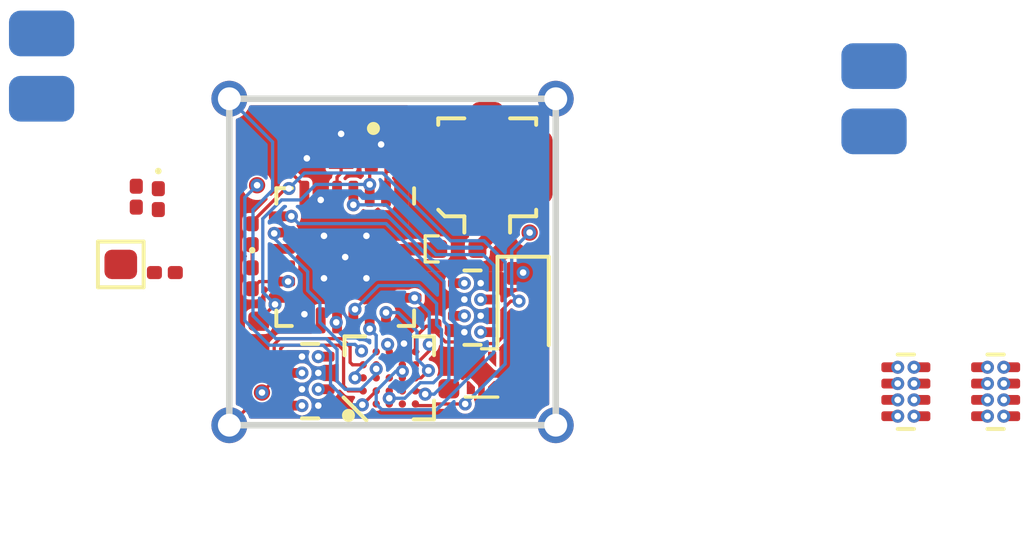
<source format=kicad_pcb>
(kicad_pcb (version 20171130) (host pcbnew 5.1.6-c6e7f7d~87~ubuntu18.04.1)
  (layers (0 F.Cu signal) (1 In1.Cu_Gnd signal) (2 In2.Cu_3V3 signal) (31 B.Cu signal) (34 B.Paste user) (35 F.Paste user) (36 B.SilkS user hide) (37 F.SilkS user) (38 B.Mask user) (39 F.Mask user) (44 Edge.Cuts user))
  (net 0 "")
  (net 1 GND)
  (net 2 3.3-5V_IN)
  (net 3 +3V3)
  (net 4 "Net-(D1-Pad1)")
  (net 5 LED1)
  (net 6 LED2)
  (net 7 Boot0)
  (net 8 UART_RX)
  (net 9 UART_TX)
  (net 10 NRST)
  (net 11 SWDIO)
  (net 12 "Net-(U1-PadC3)")
  (net 13 "Net-(U1-PadC4)")
  (net 14 "Net-(U1-PadD2)")
  (net 15 "Net-(D2-Pad2)")
  (net 16 "Net-(U1-PadB5)")
  (net 17 "Net-(U3-Pad14)")
  (net 18 "Net-(U3-Pad10)")
  (net 19 "Net-(U3-Pad9)")
  (net 20 "Net-(U3-Pad6)")
  (net 21 "Net-(U3-Pad4)")
  (net 22 "Net-(C6-Pad1)")
  (net 23 "Net-(C13-Pad1)")
  (net 24 "Net-(J1-Pad1)")
  (net 25 "Net-(U3-Pad22)")
  (net 26 NSS)
  (net 27 SCK)
  (net 28 MOSI)
  (net 29 MISO)
  (net 30 NRESET)
  (net 31 DI)
  (net 32 BUSY)
  (net 33 SWDCLK_BOOT0)
  (net 34 "Net-(U1-PadD1)")
  (net 35 "Net-(U1-PadB1)")
  (module footprints:C_0402_1005Metric_dense (layer F.Cu) (at 120.9 58.3 270)
    (fp_text reference C13 hide)
    (fp_text value 470nF hide)
    (pad 2 smd roundrect (at 0.485 0 270) (size 0.59 0.64) (layers F.Cu F.Paste F.Mask) (net 1 GND))
    (pad 1 smd roundrect (at -0.485 0 270) (size 0.59 0.64) (layers F.Cu F.Paste F.Mask) (net 23 "Net-(C13-Pad1)"))
  )
  (module footprints:corner_castellated (layer F.Cu) (at 130 51)
    (fp_text reference TP9 hide)
    (fp_text value "Pad 1.5x1.5mm" hide)
    (pad 1 thru_hole circle (at 0 0) (size 1.1 1.1) (drill 0.7) (layers *.Cu *.Mask) (net 1 GND))
  )
  (module footprints:corner_castellated (layer F.Cu) (at 120 61)
    (fp_text reference TP8 hide)
    (fp_text value "Pad 1.5x1.5mm" hide)
    (pad 1 thru_hole circle (at 0 0) (size 1.1 1.1) (drill 0.7) (layers *.Cu *.Mask) (net 8 UART_RX))
  )
  (module footprints:corner_castellated (layer F.Cu) (at 120 51)
    (fp_text reference TP7 hide)
    (fp_text value "Pad 1.5x1.5mm" hide)
    (pad 1 thru_hole circle (at 0 0) (size 1.1 1.1) (drill 0.7) (layers *.Cu *.Mask) (net 9 UART_TX))
  )
  (module footprints:corner_castellated (layer F.Cu) (at 130 61)
    (fp_text reference TP6 hide)
    (fp_text value "Pad 1.5x1.5mm" hide)
    (pad 1 thru_hole circle (at 0 0) (size 1.1 1.1) (drill 0.7) (layers *.Cu *.Mask) (net 2 3.3-5V_IN))
  )
  (module footprints:QFN-24-1EP_4x4mm_P0.5mm_EP2.6x2.6mm_SX1280_dense (layer F.Cu) (at 123.55 55.85 270)
    (fp_text reference U3 hide)
    (fp_text value SX1280 hide)
    (fp_line (start -1.635 -2.11) (end -2.11 -2.11) (layer F.SilkS) (width 0.12))
    (fp_line (start 2.11 2.11) (end 2.11 1.635) (layer F.SilkS) (width 0.12))
    (fp_line (start 1.635 2.11) (end 2.11 2.11) (layer F.SilkS) (width 0.12))
    (fp_line (start -2.11 2.11) (end -2.11 1.635) (layer F.SilkS) (width 0.12))
    (fp_line (start -1.635 2.11) (end -2.11 2.11) (layer F.SilkS) (width 0.12))
    (fp_line (start 2.11 -2.11) (end 2.11 -1.635) (layer F.SilkS) (width 0.12))
    (fp_line (start 1.635 -2.11) (end 2.11 -2.11) (layer F.SilkS) (width 0.12))
    (pad 0 smd rect (at 0 0 270) (size 2.6 2.6) (layers F.Cu F.Mask) (net 1 GND))
    (pad 24 smd roundrect (at -1.25 -1.9375 270) (size 0.3 0.8) (layers F.Cu F.Paste F.Mask) (net 1 GND))
    (pad 23 smd roundrect (at -0.75 -1.9375 270) (size 0.3 0.8) (layers F.Cu F.Paste F.Mask) (net 1 GND))
    (pad 22 smd roundrect (at -0.25 -1.9375 270) (size 0.3 0.8) (layers F.Cu F.Paste F.Mask) (net 25 "Net-(U3-Pad22)"))
    (pad 21 smd roundrect (at 0.25 -1.9375 270) (size 0.3 0.8) (layers F.Cu F.Paste F.Mask) (net 1 GND))
    (pad 20 smd roundrect (at 0.75 -1.9375 270) (size 0.3 0.8) (layers F.Cu F.Paste F.Mask) (net 1 GND))
    (pad 19 smd roundrect (at 1.25 -1.9375 270) (size 0.3 0.8) (layers F.Cu F.Paste F.Mask) (net 26 NSS))
    (pad 18 smd roundrect (at 1.9375 -1.25 270) (size 0.8 0.3) (layers F.Cu F.Paste F.Mask) (net 27 SCK))
    (pad 17 smd roundrect (at 1.9375 -0.75 270) (size 0.8 0.3) (layers F.Cu F.Paste F.Mask) (net 28 MOSI))
    (pad 16 smd roundrect (at 1.9375 -0.25 270) (size 0.8 0.3) (layers F.Cu F.Paste F.Mask) (net 29 MISO))
    (pad 15 smd roundrect (at 1.9375 0.25 270) (size 0.8 0.3) (layers F.Cu F.Paste F.Mask) (net 3 +3V3))
    (pad 14 smd roundrect (at 1.9375 0.75 270) (size 0.8 0.3) (layers F.Cu F.Paste F.Mask) (net 17 "Net-(U3-Pad14)"))
    (pad 13 smd roundrect (at 1.9375 1.25 270) (size 0.8 0.3) (layers F.Cu F.Paste F.Mask) (net 1 GND))
    (pad 12 smd roundrect (at 1.25 1.9375 270) (size 0.3 0.8) (layers F.Cu F.Paste F.Mask) (net 23 "Net-(C13-Pad1)"))
    (pad 11 smd roundrect (at 0.75 1.9375 270) (size 0.3 0.8) (layers F.Cu F.Paste F.Mask) (net 3 +3V3))
    (pad 10 smd roundrect (at 0.25 1.9375 270) (size 0.3 0.8) (layers F.Cu F.Paste F.Mask) (net 18 "Net-(U3-Pad10)"))
    (pad 9 smd roundrect (at -0.25 1.9375 270) (size 0.3 0.8) (layers F.Cu F.Paste F.Mask) (net 19 "Net-(U3-Pad9)"))
    (pad 8 smd roundrect (at -0.75 1.9375 270) (size 0.3 0.8) (layers F.Cu F.Paste F.Mask) (net 31 DI))
    (pad 7 smd roundrect (at -1.25 1.9375 270) (size 0.3 0.8) (layers F.Cu F.Paste F.Mask) (net 32 BUSY))
    (pad 6 smd roundrect (at -1.9375 1.25 270) (size 0.8 0.3) (layers F.Cu F.Paste F.Mask) (net 20 "Net-(U3-Pad6)"))
    (pad 5 smd roundrect (at -1.9375 0.75 270) (size 0.8 0.3) (layers F.Cu F.Paste F.Mask) (net 1 GND))
    (pad 4 smd roundrect (at -1.9375 0.25 270) (size 0.8 0.3) (layers F.Cu F.Paste F.Mask) (net 21 "Net-(U3-Pad4)"))
    (pad 3 smd roundrect (at -1.9375 -0.25 270) (size 0.8 0.3) (layers F.Cu F.Paste F.Mask) (net 30 NRESET))
    (pad 2 smd roundrect (at -1.9375 -0.75 270) (size 0.8 0.3) (layers F.Cu F.Paste F.Mask) (net 23 "Net-(C13-Pad1)"))
    (pad 1 smd roundrect (at -1.9375 -1.25 270) (size 0.8 0.3) (layers F.Cu F.Paste F.Mask) (net 22 "Net-(C6-Pad1)"))
  )
  (module footprints:C_0201_0603Metric_dense (layer F.Cu) (at 124.35 52.725 90)
    (fp_text reference C4 hide)
    (fp_text value 10nF hide)
    (pad 2 smd roundrect (at 0.32 0 90) (size 0.46 0.4) (layers F.Cu F.Mask) (net 1 GND))
    (pad 1 smd roundrect (at -0.32 0 90) (size 0.46 0.4) (layers F.Cu F.Mask) (net 23 "Net-(C13-Pad1)"))
  )
  (module footprints:XTAL_ECS-320-8-47-CKM-TR (layer F.Cu) (at 122.9 52.45 180)
    (fp_text reference Y1 hide)
    (fp_text value 52M hide)
    (fp_circle (center -1.515 0.5398) (end -1.415 0.5398) (layer F.SilkS) (width 0.2))
    (pad 4 smd rect (at -0.525 -0.375 180) (size 0.75 0.65) (layers F.Cu F.Paste F.Mask) (net 21 "Net-(U3-Pad4)"))
    (pad 3 smd rect (at 0.525 -0.375 180) (size 0.75 0.65) (layers F.Cu F.Paste F.Mask) (net 1 GND))
    (pad 2 smd rect (at 0.525 0.375 180) (size 0.75 0.65) (layers F.Cu F.Paste F.Mask) (net 20 "Net-(U3-Pad6)"))
    (pad 1 smd rect (at -0.525 0.375 180) (size 0.75 0.65) (layers F.Cu F.Paste F.Mask) (net 1 GND))
  )
  (module footprints:2450FM07D0034T (layer F.Cu) (at 127 55.6)
    (fp_text reference U4 hide)
    (fp_text value 2450FM07D0034T hide)
    (fp_line (start -0.6 -0.4) (end -1 -0.4) (layer F.SilkS) (width 0.1))
    (fp_line (start -1 -0.4) (end -1 0.4) (layer F.SilkS) (width 0.1))
    (fp_line (start -1 0.4) (end -0.6 0.4) (layer F.SilkS) (width 0.1))
    (pad 4 smd roundrect (at 0 -0.35) (size 0.3 0.5) (layers F.Cu F.Paste F.Mask) (net 1 GND))
    (pad 3 smd roundrect (at 0.6 0) (size 0.55 0.55) (layers F.Cu F.Paste F.Mask) (net 24 "Net-(J1-Pad1)"))
    (pad 2 smd roundrect (at 0 0.35) (size 0.3 0.5) (layers F.Cu F.Paste F.Mask) (net 1 GND))
    (pad 1 smd roundrect (at -0.6 0) (size 0.55 0.55) (layers F.Cu F.Paste F.Mask) (net 25 "Net-(U3-Pad22)"))
  )
  (module footprints:C_0201_0603Metric_dense (layer F.Cu) (at 124.95 52.725 90)
    (fp_text reference C6 hide)
    (fp_text value 10nF hide)
    (pad 2 smd roundrect (at 0.32 0 90) (size 0.46 0.4) (layers F.Cu F.Mask) (net 1 GND))
    (pad 1 smd roundrect (at -0.32 0 90) (size 0.46 0.4) (layers F.Cu F.Mask) (net 22 "Net-(C6-Pad1)"))
  )
  (module footprints:BGA-25_5x5_2.3x2.5mm (layer F.Cu) (at 124.9 59.55 90)
    (fp_text reference U1 hide)
    (fp_text value STM32G071EBY6TR hide)
    (fp_line (start 0.695 -1.37) (end 1.27 -1.37) (layer F.SilkS) (width 0.12))
    (fp_line (start 1.27 -1.37) (end 1.27 -0.745) (layer F.SilkS) (width 0.12))
    (fp_line (start 0.695 -1.37) (end 1.27 -1.37) (layer F.SilkS) (width 0.12))
    (fp_line (start 1.27 -1.37) (end 1.27 -0.745) (layer F.SilkS) (width 0.12))
    (fp_line (start 0.695 1.37) (end 1.27 1.37) (layer F.SilkS) (width 0.12))
    (fp_line (start 1.27 1.37) (end 1.27 0.745) (layer F.SilkS) (width 0.12))
    (fp_line (start 0.695 -1.37) (end 1.27 -1.37) (layer F.SilkS) (width 0.12))
    (fp_line (start 1.27 -1.37) (end 1.27 -0.745) (layer F.SilkS) (width 0.12))
    (fp_line (start -0.695 1.37) (end -1.27 1.37) (layer F.SilkS) (width 0.12))
    (fp_line (start -1.27 1.37) (end -1.27 0.745) (layer F.SilkS) (width 0.12))
    (fp_line (start -0.6 -1.4) (end -1.3 -0.7) (layer F.SilkS) (width 0.12))
    (fp_circle (center -1.15 -1.25) (end -1.15 -1.15) (layer F.SilkS) (width 0.2))
    (pad E5 smd circle (at 0.8 0.8 90) (size 0.225 0.225) (layers F.Cu F.Paste F.Mask) (net 10 NRST))
    (pad D5 smd circle (at 0.8 0.4 90) (size 0.225 0.225) (layers F.Cu F.Paste F.Mask) (net 1 GND))
    (pad C5 smd circle (at 0.8 0 90) (size 0.225 0.225) (layers F.Cu F.Paste F.Mask) (net 3 +3V3))
    (pad B5 smd circle (at 0.8 -0.4 90) (size 0.225 0.225) (layers F.Cu F.Paste F.Mask) (net 16 "Net-(U1-PadB5)"))
    (pad A5 smd circle (at 0.8 -0.8 90) (size 0.225 0.225) (layers F.Cu F.Paste F.Mask) (net 31 DI))
    (pad E4 smd circle (at 0.4 0.8 90) (size 0.225 0.225) (layers F.Cu F.Paste F.Mask) (net 26 NSS))
    (pad D4 smd circle (at 0.4 0.4 90) (size 0.225 0.225) (layers F.Cu F.Paste F.Mask) (net 30 NRESET))
    (pad C4 smd circle (at 0.4 0 90) (size 0.225 0.225) (layers F.Cu F.Paste F.Mask) (net 13 "Net-(U1-PadC4)"))
    (pad B4 smd circle (at 0.4 -0.4 90) (size 0.225 0.225) (layers F.Cu F.Paste F.Mask) (net 9 UART_TX))
    (pad A4 smd circle (at 0.4 -0.8 90) (size 0.225 0.225) (layers F.Cu F.Paste F.Mask) (net 8 UART_RX))
    (pad E3 smd circle (at 0 0.8 90) (size 0.225 0.225) (layers F.Cu F.Paste F.Mask) (net 27 SCK))
    (pad D3 smd circle (at 0 0.4 90) (size 0.225 0.225) (layers F.Cu F.Paste F.Mask) (net 30 NRESET))
    (pad C3 smd circle (at 0 0 90) (size 0.225 0.225) (layers F.Cu F.Paste F.Mask) (net 12 "Net-(U1-PadC3)"))
    (pad B3 smd circle (at 0 -0.4 90) (size 0.225 0.225) (layers F.Cu F.Paste F.Mask) (net 9 UART_TX))
    (pad A3 smd circle (at 0 -0.8 90) (size 0.225 0.225) (layers F.Cu F.Paste F.Mask) (net 28 MOSI))
    (pad E2 smd circle (at -0.4 0.8 90) (size 0.225 0.225) (layers F.Cu F.Paste F.Mask) (net 32 BUSY))
    (pad D2 smd circle (at -0.4 0.4 90) (size 0.225 0.225) (layers F.Cu F.Paste F.Mask) (net 14 "Net-(U1-PadD2)"))
    (pad C2 smd circle (at -0.4 0 90) (size 0.225 0.225) (layers F.Cu F.Paste F.Mask) (net 29 MISO))
    (pad B2 smd circle (at -0.4 -0.4 90) (size 0.225 0.225) (layers F.Cu F.Paste F.Mask) (net 11 SWDIO))
    (pad A2 smd circle (at -0.4 -0.8 90) (size 0.225 0.225) (layers F.Cu F.Paste F.Mask) (net 33 SWDCLK_BOOT0))
    (pad E1 smd circle (at -0.8 0.8 90) (size 0.225 0.225) (layers F.Cu F.Paste F.Mask) (net 5 LED1))
    (pad D1 smd circle (at -0.8 0.4 90) (size 0.225 0.225) (layers F.Cu F.Paste F.Mask) (net 34 "Net-(U1-PadD1)"))
    (pad C1 smd circle (at -0.8 0 90) (size 0.225 0.225) (layers F.Cu F.Paste F.Mask) (net 29 MISO))
    (pad B1 smd circle (at -0.8 -0.4 90) (size 0.225 0.225) (layers F.Cu F.Paste F.Mask) (net 35 "Net-(U1-PadB1)"))
    (pad A1 smd circle (at -0.8 -0.8 90) (size 0.225 0.225) (layers F.Cu F.Paste F.Mask) (net 11 SWDIO))
  )
  (module ftprnts:AVX_S_CASE (layer F.Cu) (at 129 57.2 270)
    (fp_text reference C12 hide)
    (fp_text value 100uF hide)
    (fp_line (start -1.36 -0.785) (end -1.36 0.785) (layer F.SilkS) (width 0.12))
    (fp_line (start -1.36 0.785) (end 1.35 0.785) (layer F.SilkS) (width 0.12))
    (fp_line (start 1.35 -0.785) (end -1.36 -0.785) (layer F.SilkS) (width 0.12))
    (pad 2 smd roundrect (at 0.85 0 270) (size 0.7 1) (layers F.Cu F.Paste F.Mask) (roundrect_rratio 0.1) (net 1 GND))
    (pad 1 smd roundrect (at -0.85 0 90) (size 0.7 1) (layers F.Cu F.Paste F.Mask) (roundrect_rratio 0.1) (net 3 +3V3))
  )
  (module footprints:0805_low_esl_cap_avx_w_via_dense (layer F.Cu) (at 122.475 59.65)
    (fp_text reference C11 hide)
    (fp_text value 2.2uF hide)
    (fp_line (start 0.25 -1.14) (end -0.25 -1.14) (layer F.SilkS) (width 0.12))
    (fp_line (start 0.25 1.14) (end -0.25 1.14) (layer F.SilkS) (width 0.12))
    (pad 2 thru_hole circle (at -0.25 -0.25) (size 0.4 0.4) (drill 0.2) (layers *.Cu) (net 3 +3V3))
    (pad 1 thru_hole circle (at -0.25 0.25) (size 0.4 0.4) (drill 0.2) (layers *.Cu) (net 1 GND))
    (pad 2 smd roundrect (at -0.5 -0.25) (size 0.5 0.3) (layers F.Cu F.Paste F.Mask) (net 3 +3V3))
    (pad 1 smd roundrect (at -0.5 0.25) (size 0.5 0.3) (layers F.Cu F.Paste F.Mask) (net 1 GND))
    (pad 2 smd roundrect (at 0.5 0.25) (size 0.5 0.3) (layers F.Cu F.Paste F.Mask) (net 3 +3V3))
    (pad 1 smd roundrect (at -0.5 -0.75) (size 0.5 0.3) (layers F.Cu F.Paste F.Mask) (net 1 GND))
    (pad 2 smd roundrect (at 0.5 -0.75) (size 0.5 0.3) (layers F.Cu F.Paste F.Mask) (net 3 +3V3))
    (pad 1 smd roundrect (at 0.5 -0.25) (size 0.5 0.3) (layers F.Cu F.Paste F.Mask) (net 1 GND))
    (pad 2 smd roundrect (at -0.5 0.75) (size 0.5 0.3) (layers F.Cu F.Paste F.Mask) (net 3 +3V3))
    (pad 1 smd roundrect (at 0.5 0.75) (size 0.5 0.3) (layers F.Cu F.Paste F.Mask) (net 1 GND))
    (pad 2 thru_hole circle (at -0.25 0.75) (size 0.4 0.4) (drill 0.2) (layers *.Cu) (net 3 +3V3))
    (pad 2 thru_hole circle (at 0.25 0.25) (size 0.4 0.4) (drill 0.2) (layers *.Cu) (net 3 +3V3))
    (pad 1 thru_hole circle (at -0.25 -0.75) (size 0.4 0.4) (drill 0.2) (layers *.Cu) (net 1 GND))
    (pad 1 thru_hole circle (at 0.25 0.75) (size 0.4 0.4) (drill 0.2) (layers *.Cu) (net 1 GND))
    (pad 1 thru_hole circle (at 0.25 -0.25) (size 0.4 0.4) (drill 0.2) (layers *.Cu) (net 1 GND))
    (pad 2 thru_hole circle (at 0.25 -0.75) (size 0.4 0.4) (drill 0.2) (layers *.Cu) (net 3 +3V3))
  )
  (module footprints:0805_low_esl_cap_avx_w_via_dense (layer F.Cu) (at 127.45 57.4)
    (fp_text reference C10 hide)
    (fp_text value 2.2uF hide)
    (fp_line (start 0.25 -1.14) (end -0.25 -1.14) (layer F.SilkS) (width 0.12))
    (fp_line (start 0.25 1.14) (end -0.25 1.14) (layer F.SilkS) (width 0.12))
    (pad 2 thru_hole circle (at -0.25 -0.25) (size 0.4 0.4) (drill 0.2) (layers *.Cu) (net 1 GND))
    (pad 1 thru_hole circle (at -0.25 0.25) (size 0.4 0.4) (drill 0.2) (layers *.Cu) (net 3 +3V3))
    (pad 2 smd roundrect (at -0.5 -0.25) (size 0.5 0.3) (layers F.Cu F.Paste F.Mask) (net 1 GND))
    (pad 1 smd roundrect (at -0.5 0.25) (size 0.5 0.3) (layers F.Cu F.Paste F.Mask) (net 3 +3V3))
    (pad 2 smd roundrect (at 0.5 0.25) (size 0.5 0.3) (layers F.Cu F.Paste F.Mask) (net 1 GND))
    (pad 1 smd roundrect (at -0.5 -0.75) (size 0.5 0.3) (layers F.Cu F.Paste F.Mask) (net 3 +3V3))
    (pad 2 smd roundrect (at 0.5 -0.75) (size 0.5 0.3) (layers F.Cu F.Paste F.Mask) (net 1 GND))
    (pad 1 smd roundrect (at 0.5 -0.25) (size 0.5 0.3) (layers F.Cu F.Paste F.Mask) (net 3 +3V3))
    (pad 2 smd roundrect (at -0.5 0.75) (size 0.5 0.3) (layers F.Cu F.Paste F.Mask) (net 1 GND))
    (pad 1 smd roundrect (at 0.5 0.75) (size 0.5 0.3) (layers F.Cu F.Paste F.Mask) (net 3 +3V3))
    (pad 2 thru_hole circle (at -0.25 0.75) (size 0.4 0.4) (drill 0.2) (layers *.Cu) (net 1 GND))
    (pad 2 thru_hole circle (at 0.25 0.25) (size 0.4 0.4) (drill 0.2) (layers *.Cu) (net 1 GND))
    (pad 1 thru_hole circle (at -0.25 -0.75) (size 0.4 0.4) (drill 0.2) (layers *.Cu) (net 3 +3V3))
    (pad 1 thru_hole circle (at 0.25 0.75) (size 0.4 0.4) (drill 0.2) (layers *.Cu) (net 3 +3V3))
    (pad 1 thru_hole circle (at 0.25 -0.25) (size 0.4 0.4) (drill 0.2) (layers *.Cu) (net 3 +3V3))
    (pad 2 thru_hole circle (at 0.25 -0.75) (size 0.4 0.4) (drill 0.2) (layers *.Cu) (net 1 GND))
  )
  (module footprints:0805_low_esl_cap_avx_w_via_dense (layer F.Cu) (at 143.475 59.975)
    (fp_text reference C9 hide)
    (fp_text value 2.2uF hide)
    (fp_line (start 0.25 -1.14) (end -0.25 -1.14) (layer F.SilkS) (width 0.12))
    (fp_line (start 0.25 1.14) (end -0.25 1.14) (layer F.SilkS) (width 0.12))
    (pad 2 thru_hole circle (at -0.25 -0.25) (size 0.4 0.4) (drill 0.2) (layers *.Cu) (net 3 +3V3))
    (pad 1 thru_hole circle (at -0.25 0.25) (size 0.4 0.4) (drill 0.2) (layers *.Cu) (net 1 GND))
    (pad 2 smd roundrect (at -0.5 -0.25) (size 0.5 0.3) (layers F.Cu F.Paste F.Mask) (net 3 +3V3))
    (pad 1 smd roundrect (at -0.5 0.25) (size 0.5 0.3) (layers F.Cu F.Paste F.Mask) (net 1 GND))
    (pad 2 smd roundrect (at 0.5 0.25) (size 0.5 0.3) (layers F.Cu F.Paste F.Mask) (net 3 +3V3))
    (pad 1 smd roundrect (at -0.5 -0.75) (size 0.5 0.3) (layers F.Cu F.Paste F.Mask) (net 1 GND))
    (pad 2 smd roundrect (at 0.5 -0.75) (size 0.5 0.3) (layers F.Cu F.Paste F.Mask) (net 3 +3V3))
    (pad 1 smd roundrect (at 0.5 -0.25) (size 0.5 0.3) (layers F.Cu F.Paste F.Mask) (net 1 GND))
    (pad 2 smd roundrect (at -0.5 0.75) (size 0.5 0.3) (layers F.Cu F.Paste F.Mask) (net 3 +3V3))
    (pad 1 smd roundrect (at 0.5 0.75) (size 0.5 0.3) (layers F.Cu F.Paste F.Mask) (net 1 GND))
    (pad 2 thru_hole circle (at -0.25 0.75) (size 0.4 0.4) (drill 0.2) (layers *.Cu) (net 3 +3V3))
    (pad 2 thru_hole circle (at 0.25 0.25) (size 0.4 0.4) (drill 0.2) (layers *.Cu) (net 3 +3V3))
    (pad 1 thru_hole circle (at -0.25 -0.75) (size 0.4 0.4) (drill 0.2) (layers *.Cu) (net 1 GND))
    (pad 1 thru_hole circle (at 0.25 0.75) (size 0.4 0.4) (drill 0.2) (layers *.Cu) (net 1 GND))
    (pad 1 thru_hole circle (at 0.25 -0.25) (size 0.4 0.4) (drill 0.2) (layers *.Cu) (net 1 GND))
    (pad 2 thru_hole circle (at 0.25 -0.75) (size 0.4 0.4) (drill 0.2) (layers *.Cu) (net 3 +3V3))
  )
  (module footprints:0805_low_esl_cap_avx_w_via_dense (layer F.Cu) (at 140.725 59.975)
    (fp_text reference C7 hide)
    (fp_text value 2.2uF hide)
    (fp_line (start 0.25 -1.14) (end -0.25 -1.14) (layer F.SilkS) (width 0.12))
    (fp_line (start 0.25 1.14) (end -0.25 1.14) (layer F.SilkS) (width 0.12))
    (pad 2 thru_hole circle (at -0.25 -0.25) (size 0.4 0.4) (drill 0.2) (layers *.Cu) (net 1 GND))
    (pad 1 thru_hole circle (at -0.25 0.25) (size 0.4 0.4) (drill 0.2) (layers *.Cu) (net 3 +3V3))
    (pad 2 smd roundrect (at -0.5 -0.25) (size 0.5 0.3) (layers F.Cu F.Paste F.Mask) (net 1 GND))
    (pad 1 smd roundrect (at -0.5 0.25) (size 0.5 0.3) (layers F.Cu F.Paste F.Mask) (net 3 +3V3))
    (pad 2 smd roundrect (at 0.5 0.25) (size 0.5 0.3) (layers F.Cu F.Paste F.Mask) (net 1 GND))
    (pad 1 smd roundrect (at -0.5 -0.75) (size 0.5 0.3) (layers F.Cu F.Paste F.Mask) (net 3 +3V3))
    (pad 2 smd roundrect (at 0.5 -0.75) (size 0.5 0.3) (layers F.Cu F.Paste F.Mask) (net 1 GND))
    (pad 1 smd roundrect (at 0.5 -0.25) (size 0.5 0.3) (layers F.Cu F.Paste F.Mask) (net 3 +3V3))
    (pad 2 smd roundrect (at -0.5 0.75) (size 0.5 0.3) (layers F.Cu F.Paste F.Mask) (net 1 GND))
    (pad 1 smd roundrect (at 0.5 0.75) (size 0.5 0.3) (layers F.Cu F.Paste F.Mask) (net 3 +3V3))
    (pad 2 thru_hole circle (at -0.25 0.75) (size 0.4 0.4) (drill 0.2) (layers *.Cu) (net 1 GND))
    (pad 2 thru_hole circle (at 0.25 0.25) (size 0.4 0.4) (drill 0.2) (layers *.Cu) (net 1 GND))
    (pad 1 thru_hole circle (at -0.25 -0.75) (size 0.4 0.4) (drill 0.2) (layers *.Cu) (net 3 +3V3))
    (pad 1 thru_hole circle (at 0.25 0.75) (size 0.4 0.4) (drill 0.2) (layers *.Cu) (net 3 +3V3))
    (pad 1 thru_hole circle (at 0.25 -0.25) (size 0.4 0.4) (drill 0.2) (layers *.Cu) (net 3 +3V3))
    (pad 2 thru_hole circle (at 0.25 -0.75) (size 0.4 0.4) (drill 0.2) (layers *.Cu) (net 1 GND))
  )
  (module ftprnts:TestPoint_Pad_1.5x2mm (layer B.Cu) (at 114 51)
    (fp_text reference TP5 hide)
    (fp_text value "Pad 1.5x1.5mm" hide)
    (pad 1 smd roundrect (at 0.25 0) (size 2 1.4) (layers B.Cu B.Mask) (net 9 UART_TX))
  )
  (module ftprnts:TestPoint_Pad_1.5x2mm (layer B.Cu) (at 114 49)
    (fp_text reference TP4 hide)
    (fp_text value "Pad 1.5x1.5mm" hide)
    (pad 1 smd roundrect (at 0.25 0) (size 2 1.4) (layers B.Cu B.Mask) (net 8 UART_RX))
  )
  (module ftprnts:TestPoint_Pad_1.5x2mm (layer B.Cu) (at 140 52 180)
    (fp_text reference TP3 hide)
    (fp_text value "Pad 1.5x1.5mm" hide)
    (pad 1 smd roundrect (at 0.25 0 180) (size 2 1.4) (layers B.Cu B.Mask) (net 2 3.3-5V_IN))
  )
  (module ftprnts:TestPoint_Pad_1.5x2mm (layer B.Cu) (at 139.5 50)
    (fp_text reference TP2 hide)
    (fp_text value "Pad 1.5x1.5mm" hide)
    (pad 1 smd roundrect (at 0.25 0) (size 2 1.4) (layers B.Cu B.Mask) (net 1 GND))
  )
  (module Connector_Coaxial:U.FL_Molex_MCRF_73412-0110_Vertical (layer F.Cu) (at 127.9 53.1)
    (fp_text reference J1 hide)
    (fp_text value u.fl hide)
    (fp_line (start -1.5 -1.5) (end -0.7 -1.5) (layer F.SilkS) (width 0.12))
    (fp_line (start -1.5 -1.3) (end -1.5 -1.5) (layer F.SilkS) (width 0.12))
    (fp_line (start 1.5 -1.5) (end 1.5 -1.3) (layer F.SilkS) (width 0.12))
    (fp_line (start 0.7 -1.5) (end 1.5 -1.5) (layer F.SilkS) (width 0.12))
    (fp_line (start 1.5 1.5) (end 0.7 1.5) (layer F.SilkS) (width 0.12))
    (fp_line (start 1.5 1.3) (end 1.5 1.5) (layer F.SilkS) (width 0.12))
    (fp_line (start -1.3 1.5) (end -1.5 1.3) (layer F.SilkS) (width 0.12))
    (fp_line (start -0.7 1.5) (end -1.3 1.5) (layer F.SilkS) (width 0.12))
    (fp_line (start -0.7 1.5) (end -0.7 2) (layer F.SilkS) (width 0.12))
    (fp_line (start 0.7 1.5) (end 0.7 2) (layer F.SilkS) (width 0.12))
    (pad 1 smd rect (at 0 1.5) (size 1 1) (layers F.Cu F.Paste F.Mask) (net 24 "Net-(J1-Pad1)"))
    (pad 2 smd roundrect (at 0 -1.5) (size 1 1) (layers F.Cu F.Paste F.Mask) (net 1 GND))
    (pad 2 smd roundrect (at 1.475 0) (size 1.05 2.2) (layers F.Cu F.Paste F.Mask) (net 1 GND))
    (pad 2 smd roundrect (at -1.475 0) (size 1.05 2.2) (layers F.Cu F.Paste F.Mask) (net 1 GND))
  )
  (module ftprnts:R_0201_0603Metric_dense (layer F.Cu) (at 118.025 56.325 180)
    (fp_text reference R4 hide)
    (fp_text value 10k hide)
    (pad 2 smd roundrect (at 0.32 0 180) (size 0.46 0.4) (layers F.Cu F.Mask) (net 7 Boot0))
    (pad 1 smd roundrect (at -0.32 0 180) (size 0.46 0.4) (layers F.Cu F.Mask) (net 1 GND))
  )
  (module ftprnts:R_0201_0603Metric_dense (layer F.Cu) (at 117.15 54 90)
    (fp_text reference R2 hide)
    (fp_text value 270R hide)
    (pad 2 smd roundrect (at 0.32 0 90) (size 0.46 0.4) (layers F.Cu F.Mask) (net 6 LED2))
    (pad 1 smd roundrect (at -0.32 0 90) (size 0.46 0.4) (layers F.Cu F.Mask) (net 15 "Net-(D2-Pad2)"))
  )
  (module ftprnts:R_0201_0603Metric_dense (layer F.Cu) (at 120.7 55.15 270)
    (fp_text reference R1 hide)
    (fp_text value 270R hide)
    (pad 2 smd roundrect (at 0.32 0 270) (size 0.46 0.4) (layers F.Cu F.Mask) (net 4 "Net-(D1-Pad1)"))
    (pad 1 smd roundrect (at -0.32 0 270) (size 0.46 0.4) (layers F.Cu F.Mask) (net 5 LED1))
  )
  (module ftprnts:L_0402_1005Metric_dense (layer F.Cu) (at 126.725 59.4 90)
    (fp_text reference C5 hide)
    (fp_text value 10µF hide)
    (pad 2 smd roundrect (at 0.485 0 90) (size 0.59 0.64) (layers F.Cu F.Paste F.Mask) (net 1 GND))
    (pad 1 smd roundrect (at -0.485 0 90) (size 0.59 0.64) (layers F.Cu F.Paste F.Mask) (net 3 +3V3))
  )
  (module ftprnts:L_0402_1005Metric_dense (layer F.Cu) (at 128.725 59.4 90)
    (fp_text reference C3 hide)
    (fp_text value 10µF hide)
    (pad 2 smd roundrect (at 0.485 0 90) (size 0.59 0.64) (layers F.Cu F.Paste F.Mask) (net 1 GND))
    (pad 1 smd roundrect (at -0.485 0 90) (size 0.59 0.64) (layers F.Cu F.Paste F.Mask) (net 2 3.3-5V_IN))
  )
  (module Package_DFN_QFN:UDFN-4_1x1mm_P0.65mm (layer F.Cu) (at 127.725 59.4 270)
    (fp_text reference U2 hide)
    (fp_text value NCP160 hide)
    (fp_line (start 0.74 -0.5) (end 0.74 0.5) (layer F.SilkS) (width 0.1))
    (fp_line (start -0.74 -0.5) (end -0.74 0) (layer F.SilkS) (width 0.1))
    (pad 5 smd rect (at 0 -0.17 225) (size 0.24 0.24) (layers F.Cu F.Paste F.Mask) (net 1 GND))
    (pad 5 smd rect (at -0.17 0 225) (size 0.24 0.24) (layers F.Cu F.Paste F.Mask) (net 1 GND))
    (pad 5 smd rect (at 0.17 0 225) (size 0.24 0.24) (layers F.Cu F.Paste F.Mask) (net 1 GND))
    (pad 3 smd rect (at 0.345 0.415) (size 0.07 0.19) (layers F.Cu F.Paste F.Mask) (net 2 3.3-5V_IN))
    (pad 1 smd trapezoid (at -0.38 -0.35 90) (size 0.2 0.2) (rect_delta 0 0.19999) (layers F.Cu F.Paste F.Mask) (net 3 +3V3))
    (pad 3 smd trapezoid (at 0.43 0.29 270) (size 0.18 0.18) (rect_delta 0 0.17999) (layers F.Cu F.Paste F.Mask) (net 2 3.3-5V_IN))
    (pad 3 smd rect (at 0.54 0.325 180) (size 0.25 0.22) (layers F.Cu F.Paste F.Mask) (net 2 3.3-5V_IN))
    (pad 4 smd rect (at 0.34 -0.415) (size 0.07 0.19) (layers F.Cu F.Paste F.Mask) (net 2 3.3-5V_IN))
    (pad 4 smd trapezoid (at 0.425 -0.29 180) (size 0.18 0.18) (rect_delta 0.1799 0) (layers F.Cu F.Paste F.Mask) (net 2 3.3-5V_IN))
    (pad 4 smd rect (at 0.54 -0.325 180) (size 0.25 0.22) (layers F.Cu F.Paste F.Mask) (net 2 3.3-5V_IN))
    (pad 1 smd rect (at -0.54 -0.325 180) (size 0.25 0.22) (layers F.Cu F.Paste F.Mask) (net 3 +3V3))
    (pad 5 smd rect (at 0 0.17 225) (size 0.24 0.24) (layers F.Cu F.Paste F.Mask) (net 1 GND))
    (pad 2 smd rect (at -0.54 0.325 180) (size 0.25 0.22) (layers F.Cu F.Paste F.Mask) (net 1 GND))
    (pad 1 smd trapezoid (at -0.43 -0.3 90) (size 0.2 0.2) (rect_delta 0 0.19999) (layers F.Cu F.Paste F.Mask) (net 3 +3V3))
    (pad 2 smd trapezoid (at -0.43 0.29) (size 0.18 0.18) (rect_delta 0.1799 0) (layers F.Cu F.Paste F.Mask) (net 1 GND))
    (pad 2 smd rect (at -0.345 0.415) (size 0.07 0.19) (layers F.Cu F.Paste F.Mask) (net 1 GND))
  )
  (module TestPoint:TestPoint_Pad_1.0x1.0mm (layer F.Cu) (at 116.675 56.075)
    (fp_text reference TP1 hide)
    (fp_text value "Pad 1x1mm" hide)
    (fp_line (start -0.7 -0.7) (end 0.7 -0.7) (layer F.SilkS) (width 0.12))
    (fp_line (start 0.7 -0.7) (end 0.7 0.7) (layer F.SilkS) (width 0.12))
    (fp_line (start 0.7 0.7) (end -0.7 0.7) (layer F.SilkS) (width 0.12))
    (fp_line (start -0.7 0.7) (end -0.7 -0.7) (layer F.SilkS) (width 0.12))
    (pad 1 smd roundrect (at 0 0) (size 1 0.9) (layers F.Cu F.Mask) (net 7 Boot0))
  )
  (module ftprnts:C_0201_0603Metric_dense (layer F.Cu) (at 126.3 57.65 90)
    (fp_text reference C8 hide)
    (fp_text value 100nF hide)
    (pad 2 smd roundrect (at 0.32 0 90) (size 0.46 0.4) (layers F.Cu F.Mask) (net 1 GND))
    (pad 1 smd roundrect (at -0.32 0 90) (size 0.46 0.4) (layers F.Cu F.Mask) (net 10 NRST))
  )
  (module Fiducial:Fiducial_0.5mm_Dia_1mm_Outer (layer F.Cu) (at 120.85 53.65)
    (fp_text reference FID2 hide)
    (fp_text value Fiducial hide)
    (pad 1 smd circle (at 0 0) (size 0.5 0.5) (layers F.Cu F.Mask) (net 11 SWDIO) (clearance 0.2))
  )
  (module LED_SMD:LED_0201_0603Metric (layer F.Cu) (at 120.7 56.5 270)
    (fp_text reference D1 hide)
    (fp_text value LED_BLUE hide)
    (fp_circle (center -0.86 0) (end -0.81 0) (layer F.SilkS) (width 0.1))
    (pad 2 smd roundrect (at 0.32 0 270) (size 0.46 0.4) (layers F.Cu F.Mask) (net 3 +3V3))
    (pad 1 smd roundrect (at -0.32 0 270) (size 0.46 0.4) (layers F.Cu F.Mask) (net 4 "Net-(D1-Pad1)"))
  )
  (module LED_SMD:LED_0201_0603Metric (layer F.Cu) (at 117.825 54.075 270)
    (fp_text reference D2 hide)
    (fp_text value LED_WHITE hide)
    (fp_circle (center -0.86 0) (end -0.81 0) (layer F.SilkS) (width 0.1))
    (pad 2 smd roundrect (at 0.32 0 270) (size 0.46 0.4) (layers F.Cu F.Mask) (net 15 "Net-(D2-Pad2)"))
    (pad 1 smd roundrect (at -0.32 0 270) (size 0.46 0.4) (layers F.Cu F.Mask) (net 1 GND))
  )
  (module Fiducial:Fiducial_0.5mm_Dia_1mm_Outer (layer F.Cu) (at 129.2 55.1)
    (fp_text reference FID1 hide)
    (fp_text value Fiducial hide)
    (pad 1 smd circle (at 0 0) (size 0.5 0.5) (layers F.Cu F.Mask) (net 10 NRST) (clearance 0.2))
  )
  (module Fiducial:Fiducial_0.5mm_Dia_1mm_Outer (layer F.Cu) (at 121 60)
    (fp_text reference FID3 hide)
    (fp_text value Fiducial hide)
    (pad 1 smd circle (at 0 0) (size 0.5 0.5) (layers F.Cu F.Mask) (net 33 SWDCLK_BOOT0) (clearance 0.05))
  )
  (gr_line (start 130 51) (end 130 61) (layer Edge.Cuts) (width 0.2))
  (gr_line (start 120 61) (end 120 51) (layer Edge.Cuts) (width 0.2))
  (gr_line (start 130 61) (end 120 61) (layer Edge.Cuts) (width 0.2))
  (gr_line (start 120 51) (end 130 51) (layer Edge.Cuts) (width 0.2))
  (via (at 123.425 52.075) (size 0.4) (drill 0.2) (layers F.Cu B.Cu) (net 1))
  (via (at 122.375 52.825) (size 0.4) (drill 0.2) (layers F.Cu B.Cu) (net 1))
  (via (at 123.55 55.85) (size 0.4) (drill 0.2) (layers F.Cu B.Cu) (net 1))
  (via (at 124.2 56.5) (size 0.4) (drill 0.2) (layers F.Cu B.Cu) (net 1))
  (via (at 122.9 56.5) (size 0.4) (drill 0.2) (layers F.Cu B.Cu) (net 1))
  (via (at 124.2 55.2) (size 0.4) (drill 0.2) (layers F.Cu B.Cu) (net 1))
  (via (at 122.9 55.2) (size 0.4) (drill 0.2) (layers F.Cu B.Cu) (net 1))
  (via (at 122.3 57.6) (size 0.4) (drill 0.2) (layers F.Cu B.Cu) (net 1))
  (via (at 122.8 54.1) (size 0.4) (drill 0.2) (layers F.Cu B.Cu) (net 1))
  (via (at 125.35 58.5) (size 0.4) (drill 0.2) (layers F.Cu B.Cu) (net 1))
  (segment (start 125.3 58.75) (end 125.3 58.55) (width 0.1) (layer F.Cu) (net 1))
  (segment (start 125.3 58.55) (end 125.35 58.5) (width 0.1) (layer F.Cu) (net 1))
  (via (at 124.65 52.4) (size 0.4) (drill 0.2) (layers F.Cu B.Cu) (net 1))
  (segment (start 124.95 52.405) (end 124.655 52.405) (width 0.1) (layer F.Cu) (net 1))
  (segment (start 124.655 52.405) (end 124.65 52.4) (width 0.1) (layer F.Cu) (net 1))
  (segment (start 124.645 52.405) (end 124.65 52.4) (width 0.1) (layer F.Cu) (net 1))
  (segment (start 124.35 52.405) (end 124.645 52.405) (width 0.1) (layer F.Cu) (net 1))
  (via (at 121.8 56.6) (size 0.4) (drill 0.2) (layers F.Cu B.Cu) (net 3))
  (segment (start 124.9 58.575) (end 124.9 58.75) (width 0.1) (layer F.Cu) (net 3))
  (via (at 124.85 58.525) (size 0.4) (drill 0.2) (layers F.Cu B.Cu) (net 3))
  (segment (start 124.85 58.525) (end 124.9 58.575) (width 0.1) (layer F.Cu) (net 3))
  (via (at 123.275 57.85) (size 0.4) (drill 0.2) (layers F.Cu B.Cu) (net 3))
  (segment (start 120.92 56.6) (end 120.7 56.82) (width 0.1) (layer F.Cu) (net 3))
  (segment (start 121.6125 56.6) (end 120.92 56.6) (width 0.1) (layer F.Cu) (net 3))
  (via (at 129 56.325) (size 0.4) (drill 0.2) (layers F.Cu B.Cu) (net 3))
  (segment (start 129 56.35) (end 129 56.325) (width 0.1) (layer F.Cu) (net 3))
  (segment (start 120.7 55.47) (end 120.7 56.18) (width 0.1) (layer F.Cu) (net 4))
  (via (at 127.225 60.35) (size 0.4) (drill 0.2) (layers F.Cu B.Cu) (net 5))
  (segment (start 125.75 60.4) (end 125.7 60.35) (width 0.1) (layer F.Cu) (net 5))
  (segment (start 126.3 60.4) (end 125.75 60.4) (width 0.1) (layer F.Cu) (net 5))
  (segment (start 127.225 60.35) (end 126.35 60.35) (width 0.1) (layer F.Cu) (net 5))
  (segment (start 126.35 60.35) (end 126.3 60.4) (width 0.1) (layer F.Cu) (net 5))
  (segment (start 128.45 56) (end 128.45 59.125) (width 0.1) (layer B.Cu) (net 5))
  (segment (start 124.7 53.275) (end 126.775 55.35) (width 0.1) (layer B.Cu) (net 5))
  (segment (start 121.825 53.75) (end 121.725 53.75) (width 0.1) (layer F.Cu) (net 5))
  (segment (start 127.8 55.35) (end 128.45 56) (width 0.1) (layer B.Cu) (net 5))
  (segment (start 120.7 54.775) (end 120.7 54.83) (width 0.1) (layer F.Cu) (net 5))
  (segment (start 126.775 55.35) (end 127.8 55.35) (width 0.1) (layer B.Cu) (net 5))
  (segment (start 121.825 53.75) (end 122.3 53.275) (width 0.1) (layer B.Cu) (net 5))
  (segment (start 128.45 59.125) (end 127.225 60.35) (width 0.1) (layer B.Cu) (net 5))
  (segment (start 121.725 53.75) (end 120.7 54.775) (width 0.1) (layer F.Cu) (net 5))
  (via (at 121.825 53.75) (size 0.4) (drill 0.2) (layers F.Cu B.Cu) (net 5))
  (segment (start 122.3 53.275) (end 124.7 53.275) (width 0.1) (layer B.Cu) (net 5))
  (segment (start 120.75 59.25) (end 120.475 59.525) (width 0.1) (layer F.Cu) (net 8))
  (segment (start 121.2 59.25) (end 120.75 59.25) (width 0.1) (layer F.Cu) (net 8))
  (segment (start 121.375 58.525) (end 121.375 59.075) (width 0.1) (layer F.Cu) (net 8))
  (segment (start 120.475 60.55) (end 120.275 60.75) (width 0.1) (layer F.Cu) (net 8))
  (segment (start 123.775 59.15) (end 123.7 59.075) (width 0.1) (layer F.Cu) (net 8))
  (segment (start 121.375 59.075) (end 121.2 59.25) (width 0.1) (layer F.Cu) (net 8))
  (segment (start 124.1 59.15) (end 123.775 59.15) (width 0.1) (layer F.Cu) (net 8))
  (segment (start 123.45 58.35) (end 121.55 58.35) (width 0.1) (layer F.Cu) (net 8))
  (segment (start 121.55 58.35) (end 121.375 58.525) (width 0.1) (layer F.Cu) (net 8))
  (segment (start 120.475 59.525) (end 120.475 60.55) (width 0.1) (layer F.Cu) (net 8))
  (segment (start 123.7 59.075) (end 123.7 58.6) (width 0.1) (layer F.Cu) (net 8))
  (segment (start 123.7 58.6) (end 123.45 58.35) (width 0.1) (layer F.Cu) (net 8))
  (segment (start 124.5 59.275) (end 124.5 59.55) (width 0.1) (layer F.Cu) (net 9))
  (via (at 124.5 59.275) (size 0.4) (drill 0.2) (layers F.Cu B.Cu) (net 9))
  (segment (start 124.5 59.275) (end 124.5 59.15) (width 0.1) (layer F.Cu) (net 9))
  (segment (start 121.325 52.325) (end 120.325 51.325) (width 0.1) (layer B.Cu) (net 9))
  (segment (start 120.725 54.4) (end 121.325 53.8) (width 0.1) (layer B.Cu) (net 9))
  (segment (start 120.725 57.65) (end 120.725 54.4) (width 0.1) (layer B.Cu) (net 9))
  (segment (start 122.975 58.35) (end 121.425 58.35) (width 0.1) (layer B.Cu) (net 9))
  (segment (start 124.5 59.425) (end 124.025 59.9) (width 0.1) (layer B.Cu) (net 9))
  (segment (start 124.5 59.275) (end 124.5 59.425) (width 0.1) (layer B.Cu) (net 9))
  (segment (start 121.325 53.8) (end 121.325 52.325) (width 0.1) (layer B.Cu) (net 9))
  (segment (start 124.025 59.9) (end 123.55 59.9) (width 0.1) (layer B.Cu) (net 9))
  (segment (start 123.55 59.9) (end 123.3 59.65) (width 0.1) (layer B.Cu) (net 9))
  (segment (start 121.425 58.35) (end 120.725 57.65) (width 0.1) (layer B.Cu) (net 9))
  (segment (start 123.3 59.65) (end 123.3 58.675) (width 0.1) (layer B.Cu) (net 9))
  (segment (start 123.3 58.675) (end 122.975 58.35) (width 0.1) (layer B.Cu) (net 9))
  (segment (start 125.7 58.75) (end 125.775 58.75) (width 0.1) (layer F.Cu) (net 10))
  (segment (start 126.33 57.97) (end 126.425 57.875) (width 0.1) (layer F.Cu) (net 10))
  (segment (start 126.3 57.97) (end 126.33 57.97) (width 0.1) (layer F.Cu) (net 10))
  (segment (start 125.7 58.3) (end 125.7 58.75) (width 0.1) (layer F.Cu) (net 10))
  (segment (start 126.3 57.97) (end 126.03 57.97) (width 0.1) (layer F.Cu) (net 10))
  (segment (start 126.03 57.97) (end 125.7 58.3) (width 0.1) (layer F.Cu) (net 10))
  (segment (start 129.2 55.1) (end 129.2 55.1) (width 0.1) (layer B.Cu) (net 10))
  (via (at 129.2 55.1) (size 0.4) (drill 0.2) (layers F.Cu B.Cu) (net 10))
  (segment (start 127.05 58.5) (end 128.175 58.5) (width 0.1) (layer F.Cu) (net 10))
  (segment (start 128.875 57.2) (end 128.65 56.975) (width 0.1) (layer B.Cu) (net 10))
  (segment (start 128.175 58.5) (end 128.35 58.325) (width 0.1) (layer F.Cu) (net 10))
  (segment (start 128.35 58.325) (end 128.35 57.475) (width 0.1) (layer F.Cu) (net 10))
  (segment (start 128.35 57.475) (end 128.625 57.2) (width 0.1) (layer F.Cu) (net 10))
  (via (at 128.875 57.2) (size 0.4) (drill 0.2) (layers F.Cu B.Cu) (net 10))
  (segment (start 128.625 57.2) (end 128.875 57.2) (width 0.1) (layer F.Cu) (net 10))
  (segment (start 127 58.45) (end 127.05 58.5) (width 0.1) (layer F.Cu) (net 10))
  (segment (start 126.625 58.45) (end 127 58.45) (width 0.1) (layer F.Cu) (net 10))
  (segment (start 126.3 58.125) (end 126.625 58.45) (width 0.1) (layer F.Cu) (net 10))
  (segment (start 126.3 57.97) (end 126.3 58.125) (width 0.1) (layer F.Cu) (net 10))
  (segment (start 128.65 55.65) (end 129.2 55.1) (width 0.1) (layer B.Cu) (net 10))
  (segment (start 128.65 56.975) (end 128.65 55.65) (width 0.1) (layer B.Cu) (net 10))
  (via (at 120.85 53.65) (size 0.4) (drill 0.2) (layers F.Cu B.Cu) (net 11))
  (segment (start 124.075 60.375) (end 124.5 59.95) (width 0.1) (layer F.Cu) (net 11))
  (via (at 124.075 60.375) (size 0.4) (drill 0.2) (layers F.Cu B.Cu) (net 11))
  (segment (start 120.475 54.025) (end 120.85 53.65) (width 0.1) (layer B.Cu) (net 11))
  (segment (start 120.475 57.8) (end 120.475 54.025) (width 0.1) (layer B.Cu) (net 11))
  (segment (start 123.725 60.375) (end 123.1 59.75) (width 0.1) (layer B.Cu) (net 11))
  (segment (start 124.075 60.375) (end 123.725 60.375) (width 0.1) (layer B.Cu) (net 11))
  (segment (start 123.1 58.775) (end 122.875 58.55) (width 0.1) (layer B.Cu) (net 11))
  (segment (start 122.875 58.55) (end 121.225 58.55) (width 0.1) (layer B.Cu) (net 11))
  (segment (start 123.1 59.75) (end 123.1 58.775) (width 0.1) (layer B.Cu) (net 11))
  (segment (start 121.225 58.55) (end 120.475 57.8) (width 0.1) (layer B.Cu) (net 11))
  (segment (start 122.375 52.075) (end 121.9 52.075) (width 0.1) (layer F.Cu) (net 20))
  (segment (start 121.9 52.075) (end 121.775 52.2) (width 0.1) (layer F.Cu) (net 20))
  (segment (start 121.775 52.2) (end 121.775 53.15) (width 0.1) (layer F.Cu) (net 20))
  (segment (start 122.3 53.675) (end 122.3 53.9125) (width 0.1) (layer F.Cu) (net 20))
  (segment (start 121.775 53.15) (end 122.3 53.675) (width 0.1) (layer F.Cu) (net 20))
  (segment (start 123.425 52.825) (end 123.425 53.275) (width 0.1) (layer F.Cu) (net 21))
  (segment (start 123.3 53.4) (end 123.3 53.9125) (width 0.1) (layer F.Cu) (net 21))
  (segment (start 123.425 53.275) (end 123.3 53.4) (width 0.1) (layer F.Cu) (net 21))
  (segment (start 124.8 53.195) (end 124.95 53.045) (width 0.1) (layer F.Cu) (net 22))
  (segment (start 124.8 53.9125) (end 124.8 53.195) (width 0.1) (layer F.Cu) (net 22))
  (segment (start 124.3 53.095) (end 124.35 53.045) (width 0.1) (layer F.Cu) (net 23))
  (via (at 121.4 57.3) (size 0.4) (drill 0.2) (layers F.Cu B.Cu) (net 23))
  (segment (start 121.6 57.1) (end 121.4 57.3) (width 0.1) (layer F.Cu) (net 23))
  (segment (start 121.6125 57.1) (end 121.6 57.1) (width 0.1) (layer F.Cu) (net 23))
  (segment (start 120.9 57.8) (end 121.4 57.3) (width 0.1) (layer F.Cu) (net 23))
  (segment (start 120.9 57.815) (end 120.9 57.8) (width 0.1) (layer F.Cu) (net 23))
  (via (at 124.3 53.625) (size 0.4) (drill 0.2) (layers F.Cu B.Cu) (net 23))
  (segment (start 124.3 53.9125) (end 124.3 53.625) (width 0.1) (layer F.Cu) (net 23))
  (segment (start 124.3 53.625) (end 124.3 53.095) (width 0.1) (layer F.Cu) (net 23))
  (segment (start 121.025 54.675) (end 121.025 56.925) (width 0.1) (layer B.Cu) (net 23))
  (segment (start 122.175 54.1) (end 121.6 54.1) (width 0.1) (layer B.Cu) (net 23))
  (segment (start 124.3 53.625) (end 122.65 53.625) (width 0.1) (layer B.Cu) (net 23))
  (segment (start 121.025 56.925) (end 121.4 57.3) (width 0.1) (layer B.Cu) (net 23))
  (segment (start 121.6 54.1) (end 121.025 54.675) (width 0.1) (layer B.Cu) (net 23))
  (segment (start 122.65 53.625) (end 122.175 54.1) (width 0.1) (layer B.Cu) (net 23))
  (segment (start 127.9 55.3) (end 127.6 55.6) (width 0.4) (layer F.Cu) (net 24))
  (segment (start 127.9 54.6) (end 127.9 55.3) (width 0.4) (layer F.Cu) (net 24))
  (segment (start 126.4 55.6) (end 125.4875 55.6) (width 0.4) (layer F.Cu) (net 25))
  (via (at 125.675 57.1) (size 0.4) (drill 0.2) (layers F.Cu B.Cu) (net 26))
  (via (at 126.125 58.525) (size 0.4) (drill 0.2) (layers F.Cu B.Cu) (net 26))
  (segment (start 126.125 58.725) (end 126.125 58.525) (width 0.1) (layer F.Cu) (net 26))
  (segment (start 125.7 59.15) (end 126.125 58.725) (width 0.1) (layer F.Cu) (net 26))
  (segment (start 126.125 57.55) (end 125.675 57.1) (width 0.1) (layer B.Cu) (net 26))
  (segment (start 126.125 58.525) (end 126.125 57.55) (width 0.1) (layer B.Cu) (net 26))
  (segment (start 126.1 59.325) (end 125.875 59.55) (width 0.1) (layer F.Cu) (net 27))
  (via (at 126.1 59.325) (size 0.4) (drill 0.2) (layers F.Cu B.Cu) (net 27))
  (segment (start 125.875 59.55) (end 125.7 59.55) (width 0.1) (layer F.Cu) (net 27))
  (via (at 124.8 57.55) (size 0.4) (drill 0.2) (layers F.Cu B.Cu) (net 27))
  (segment (start 125.75 58.975) (end 126.1 59.325) (width 0.1) (layer B.Cu) (net 27))
  (segment (start 124.8 57.55) (end 125.175 57.55) (width 0.1) (layer B.Cu) (net 27))
  (segment (start 125.75 58.125) (end 125.75 58.975) (width 0.1) (layer B.Cu) (net 27))
  (segment (start 125.175 57.55) (end 125.75 58.125) (width 0.1) (layer B.Cu) (net 27))
  (via (at 123.85 59.55) (size 0.4) (drill 0.2) (layers F.Cu B.Cu) (net 28))
  (segment (start 124.1 59.55) (end 123.85 59.55) (width 0.1) (layer F.Cu) (net 28))
  (via (at 124.3 58.05) (size 0.4) (drill 0.2) (layers F.Cu B.Cu) (net 28))
  (segment (start 123.85 59.425) (end 123.85 59.55) (width 0.1) (layer B.Cu) (net 28))
  (segment (start 124.5 58.775) (end 123.85 59.425) (width 0.1) (layer B.Cu) (net 28))
  (segment (start 124.3 58.05) (end 124.5 58.25) (width 0.1) (layer B.Cu) (net 28))
  (segment (start 124.5 58.25) (end 124.5 58.775) (width 0.1) (layer B.Cu) (net 28))
  (segment (start 124.9 60.175) (end 124.9 59.95) (width 0.1) (layer F.Cu) (net 29))
  (segment (start 124.9 60.35) (end 124.9 60.175) (width 0.1) (layer F.Cu) (net 29))
  (via (at 124.9 60.175) (size 0.4) (drill 0.2) (layers F.Cu B.Cu) (net 29))
  (segment (start 125.375 60.175) (end 124.9 60.175) (width 0.1) (layer B.Cu) (net 29))
  (segment (start 126.25 59.7) (end 125.85 59.7) (width 0.1) (layer B.Cu) (net 29))
  (segment (start 126.5 59.45) (end 126.25 59.7) (width 0.1) (layer B.Cu) (net 29))
  (segment (start 126.5 58.075) (end 126.5 59.45) (width 0.1) (layer B.Cu) (net 29))
  (via (at 123.85 57.45) (size 0.4) (drill 0.2) (layers F.Cu B.Cu) (net 29))
  (segment (start 126.35 57.275) (end 126.35 57.925) (width 0.1) (layer B.Cu) (net 29))
  (segment (start 125.85 59.7) (end 125.375 60.175) (width 0.1) (layer B.Cu) (net 29))
  (segment (start 126.35 57.925) (end 126.5 58.075) (width 0.1) (layer B.Cu) (net 29))
  (segment (start 123.85 57.45) (end 124.575 56.725) (width 0.1) (layer B.Cu) (net 29))
  (segment (start 124.575 56.725) (end 125.8 56.725) (width 0.1) (layer B.Cu) (net 29))
  (segment (start 125.8 56.725) (end 126.35 57.275) (width 0.1) (layer B.Cu) (net 29))
  (via (at 125.3 59.35) (size 0.4) (drill 0.2) (layers F.Cu B.Cu) (net 30))
  (segment (start 125.1 59.35) (end 125.3 59.35) (width 0.1) (layer B.Cu) (net 30))
  (segment (start 124.5 59.95) (end 125.1 59.35) (width 0.1) (layer B.Cu) (net 30))
  (segment (start 126.35 60.525) (end 124.675 60.525) (width 0.1) (layer B.Cu) (net 30))
  (segment (start 128.1 58.775) (end 126.35 60.525) (width 0.1) (layer B.Cu) (net 30))
  (segment (start 123.8 54.25) (end 124.8 54.25) (width 0.1) (layer B.Cu) (net 30))
  (segment (start 124.675 60.525) (end 124.5 60.35) (width 0.1) (layer B.Cu) (net 30))
  (via (at 123.8 54.25) (size 0.4) (drill 0.2) (layers F.Cu B.Cu) (net 30))
  (segment (start 127.775 55.775) (end 128.1 56.1) (width 0.1) (layer B.Cu) (net 30))
  (segment (start 124.8 54.25) (end 126.325 55.775) (width 0.1) (layer B.Cu) (net 30))
  (segment (start 126.325 55.775) (end 127.775 55.775) (width 0.1) (layer B.Cu) (net 30))
  (segment (start 124.5 60.35) (end 124.5 59.95) (width 0.1) (layer B.Cu) (net 30))
  (segment (start 128.1 56.1) (end 128.1 58.775) (width 0.1) (layer B.Cu) (net 30))
  (segment (start 124.05 58.725) (end 124.075 58.75) (width 0.1) (layer F.Cu) (net 31))
  (segment (start 124.075 58.75) (end 124.1 58.75) (width 0.1) (layer F.Cu) (net 31))
  (via (at 124.05 58.725) (size 0.4) (drill 0.2) (layers F.Cu B.Cu) (net 31))
  (segment (start 123.85 58.525) (end 124.05 58.725) (width 0.1) (layer B.Cu) (net 31))
  (segment (start 122.775 57.85) (end 123.45 58.525) (width 0.1) (layer B.Cu) (net 31))
  (segment (start 121.375 55.125) (end 121.375 55.275) (width 0.1) (layer B.Cu) (net 31))
  (segment (start 121.375 55.275) (end 122.4 56.3) (width 0.1) (layer B.Cu) (net 31))
  (via (at 121.375 55.125) (size 0.4) (drill 0.2) (layers F.Cu B.Cu) (net 31))
  (segment (start 122.4 56.875) (end 122.775 57.25) (width 0.1) (layer B.Cu) (net 31))
  (segment (start 123.45 58.525) (end 123.85 58.525) (width 0.1) (layer B.Cu) (net 31))
  (segment (start 122.4 56.3) (end 122.4 56.875) (width 0.1) (layer B.Cu) (net 31))
  (segment (start 122.775 57.25) (end 122.775 57.85) (width 0.1) (layer B.Cu) (net 31))
  (via (at 126 60.05) (size 0.4) (drill 0.2) (layers F.Cu B.Cu) (net 32))
  (segment (start 125.7 59.95) (end 125.9 59.95) (width 0.1) (layer F.Cu) (net 32))
  (segment (start 125.9 59.95) (end 126 60.05) (width 0.1) (layer F.Cu) (net 32))
  (segment (start 126.725 59.6) (end 126.275 60.05) (width 0.1) (layer B.Cu) (net 32))
  (segment (start 121.9 54.6) (end 122.125 54.825) (width 0.1) (layer B.Cu) (net 32))
  (segment (start 124.8 54.825) (end 126.575 56.6) (width 0.1) (layer B.Cu) (net 32))
  (segment (start 126.275 60.05) (end 126 60.05) (width 0.1) (layer B.Cu) (net 32))
  (segment (start 126.575 56.6) (end 126.575 57.825) (width 0.1) (layer B.Cu) (net 32))
  (via (at 121.9 54.6) (size 0.4) (drill 0.2) (layers F.Cu B.Cu) (net 32))
  (segment (start 122.125 54.825) (end 124.8 54.825) (width 0.1) (layer B.Cu) (net 32))
  (segment (start 126.725 57.975) (end 126.725 59.6) (width 0.1) (layer B.Cu) (net 32))
  (segment (start 126.575 57.825) (end 126.725 57.975) (width 0.1) (layer B.Cu) (net 32))
  (via (at 121 60) (size 0.4) (drill 0.2) (layers F.Cu B.Cu) (net 33))
  (segment (start 121.575 59.425) (end 121 60) (width 0.1) (layer F.Cu) (net 33))
  (segment (start 121.575 58.65) (end 121.575 59.425) (width 0.1) (layer F.Cu) (net 33))
  (segment (start 123.65 59.95) (end 123.5 59.8) (width 0.1) (layer F.Cu) (net 33))
  (segment (start 124.1 59.95) (end 123.65 59.95) (width 0.1) (layer F.Cu) (net 33))
  (segment (start 123.5 59.8) (end 123.5 58.7) (width 0.1) (layer F.Cu) (net 33))
  (segment (start 123.5 58.7) (end 123.35 58.55) (width 0.1) (layer F.Cu) (net 33))
  (segment (start 123.35 58.55) (end 121.675 58.55) (width 0.1) (layer F.Cu) (net 33))
  (segment (start 121.675 58.55) (end 121.575 58.65) (width 0.1) (layer F.Cu) (net 33))
  (zone (net 1) (net_name GND) (layer F.Cu) (connect_pads yes (clearance 0.1)) (min_thickness 0.1) (fill yes (arc_segments 32) (thermal_gap 0.508) (thermal_bridge_width 0.508))
    (polygon (pts (xy 132.5 56.3) (xy 132.5 61) (xy 120 61) (xy 120 51) (xy 125.5 51) (xy 125.5 56.3)))
  )
  (zone (net 1) (net_name GND) (layer B.Cu) (connect_pads yes (clearance 0.1)) (min_thickness 0.1) (fill yes (arc_segments 32) (thermal_gap 0.508) (thermal_bridge_width 0.508))
    (polygon (pts (xy 132.5 61) (xy 120 61) (xy 120 51) (xy 132.5 51)))
  )
  (zone (net 1) (net_name GND) (layer F.Cu) (connect_pads yes (clearance 0.108)) (min_thickness 0.1) (fill yes (arc_segments 32) (thermal_gap 0.508) (thermal_bridge_width 0.508))
    (polygon (pts (xy 132.5 56.3) (xy 125.5 56.3) (xy 125.5 51) (xy 132.5 51)))
  )
)
</source>
